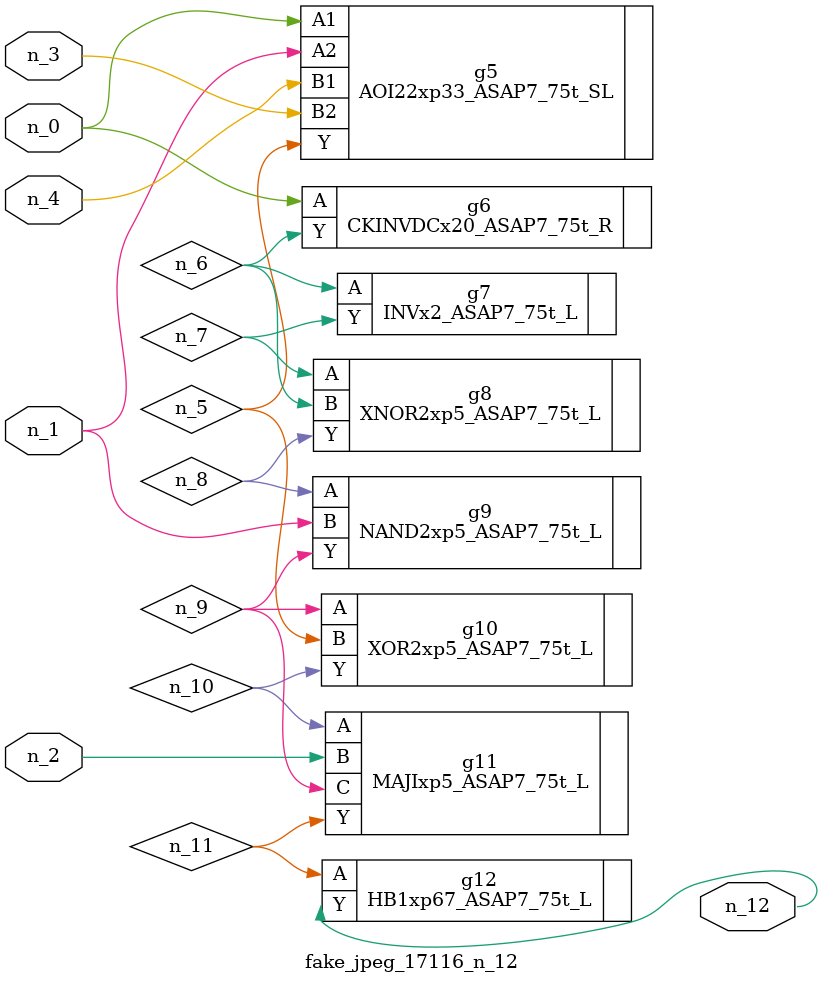
<source format=v>
module fake_jpeg_17116_n_12 (n_3, n_2, n_1, n_0, n_4, n_12);

input n_3;
input n_2;
input n_1;
input n_0;
input n_4;

output n_12;

wire n_11;
wire n_10;
wire n_8;
wire n_9;
wire n_6;
wire n_5;
wire n_7;

AOI22xp33_ASAP7_75t_SL g5 ( 
.A1(n_0),
.A2(n_1),
.B1(n_4),
.B2(n_3),
.Y(n_5)
);

CKINVDCx20_ASAP7_75t_R g6 ( 
.A(n_0),
.Y(n_6)
);

INVx2_ASAP7_75t_L g7 ( 
.A(n_6),
.Y(n_7)
);

XNOR2xp5_ASAP7_75t_L g8 ( 
.A(n_7),
.B(n_6),
.Y(n_8)
);

NAND2xp5_ASAP7_75t_L g9 ( 
.A(n_8),
.B(n_1),
.Y(n_9)
);

XOR2xp5_ASAP7_75t_L g10 ( 
.A(n_9),
.B(n_5),
.Y(n_10)
);

MAJIxp5_ASAP7_75t_L g11 ( 
.A(n_10),
.B(n_2),
.C(n_9),
.Y(n_11)
);

HB1xp67_ASAP7_75t_L g12 ( 
.A(n_11),
.Y(n_12)
);


endmodule
</source>
